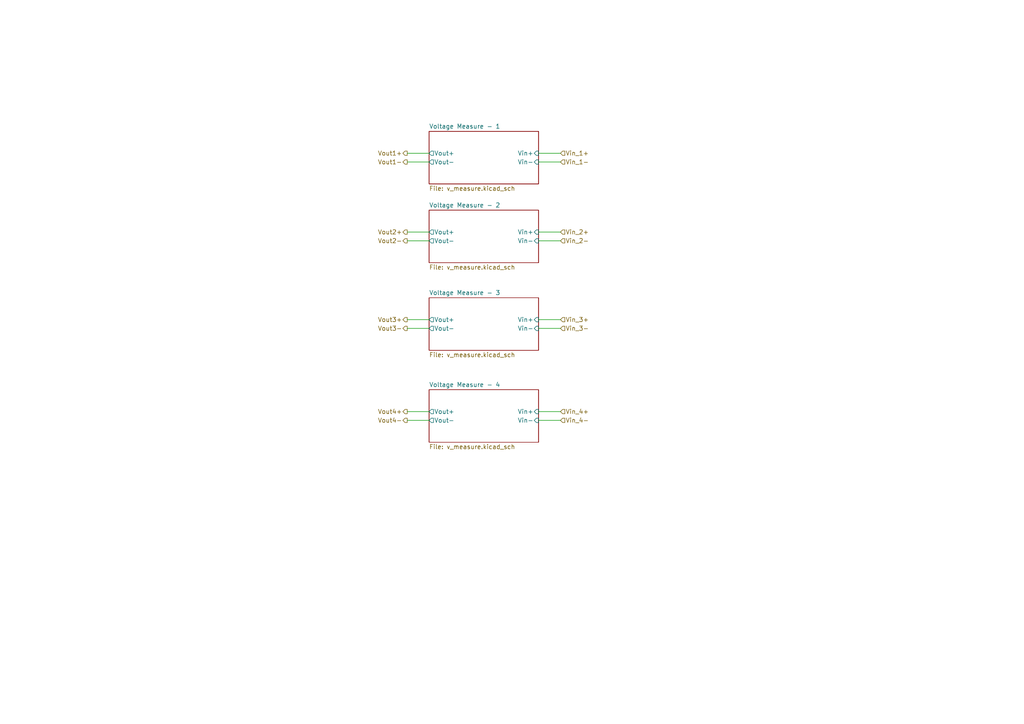
<source format=kicad_sch>
(kicad_sch
	(version 20250114)
	(generator "eeschema")
	(generator_version "9.0")
	(uuid "8226ab3b-34e1-40b0-8a4c-032f0f8a4ea5")
	(paper "A4")
	(lib_symbols)
	(wire
		(pts
			(xy 156.21 95.25) (xy 162.56 95.25)
		)
		(stroke
			(width 0)
			(type default)
		)
		(uuid "036bae57-6ef6-4651-b4df-41b56b074d91")
	)
	(wire
		(pts
			(xy 118.11 95.25) (xy 124.46 95.25)
		)
		(stroke
			(width 0)
			(type default)
		)
		(uuid "06eb914b-a984-4d53-ab3c-f74b5572836a")
	)
	(wire
		(pts
			(xy 156.21 92.71) (xy 162.56 92.71)
		)
		(stroke
			(width 0)
			(type default)
		)
		(uuid "08e9a609-06c2-46fc-8c6c-6b3a5a107f4b")
	)
	(wire
		(pts
			(xy 156.21 121.92) (xy 162.56 121.92)
		)
		(stroke
			(width 0)
			(type default)
		)
		(uuid "18b8c99a-479b-4fe9-8fa3-ed668c7e543e")
	)
	(wire
		(pts
			(xy 118.11 44.45) (xy 124.46 44.45)
		)
		(stroke
			(width 0)
			(type default)
		)
		(uuid "2dade8b1-6488-4f90-b659-b615ffd16aaf")
	)
	(wire
		(pts
			(xy 118.11 92.71) (xy 124.46 92.71)
		)
		(stroke
			(width 0)
			(type default)
		)
		(uuid "314f20ad-ca4e-4281-be5d-208878c0e96d")
	)
	(wire
		(pts
			(xy 118.11 119.38) (xy 124.46 119.38)
		)
		(stroke
			(width 0)
			(type default)
		)
		(uuid "4041e7f0-a78c-4c5f-9256-a197bcca8264")
	)
	(wire
		(pts
			(xy 156.21 67.31) (xy 162.56 67.31)
		)
		(stroke
			(width 0)
			(type default)
		)
		(uuid "4f0ce4c3-d3a0-4e19-8575-326eef20cb85")
	)
	(wire
		(pts
			(xy 118.11 69.85) (xy 124.46 69.85)
		)
		(stroke
			(width 0)
			(type default)
		)
		(uuid "8c5949aa-e207-4794-8293-7738ff3083c2")
	)
	(wire
		(pts
			(xy 118.11 67.31) (xy 124.46 67.31)
		)
		(stroke
			(width 0)
			(type default)
		)
		(uuid "965168c6-94d5-4746-8573-8795728cda5c")
	)
	(wire
		(pts
			(xy 118.11 121.92) (xy 124.46 121.92)
		)
		(stroke
			(width 0)
			(type default)
		)
		(uuid "9f81931f-4498-486c-a373-835705422c0a")
	)
	(wire
		(pts
			(xy 156.21 46.99) (xy 162.56 46.99)
		)
		(stroke
			(width 0)
			(type default)
		)
		(uuid "a24ebcde-b8db-4907-8e14-bef94d5494a7")
	)
	(wire
		(pts
			(xy 156.21 44.45) (xy 162.56 44.45)
		)
		(stroke
			(width 0)
			(type default)
		)
		(uuid "b1263be2-18dd-4096-9221-9c485c2f61fe")
	)
	(wire
		(pts
			(xy 118.11 46.99) (xy 124.46 46.99)
		)
		(stroke
			(width 0)
			(type default)
		)
		(uuid "c3c3c427-1356-4af1-9e0a-6bb36b94075b")
	)
	(wire
		(pts
			(xy 156.21 119.38) (xy 162.56 119.38)
		)
		(stroke
			(width 0)
			(type default)
		)
		(uuid "ebe6196a-d3a5-4ffb-9aee-30a59abe079f")
	)
	(wire
		(pts
			(xy 156.21 69.85) (xy 162.56 69.85)
		)
		(stroke
			(width 0)
			(type default)
		)
		(uuid "ff5c6653-8dc9-4160-8708-1efe44f2a0de")
	)
	(hierarchical_label "Vin_3-"
		(shape input)
		(at 162.56 95.25 0)
		(effects
			(font
				(size 1.27 1.27)
			)
			(justify left)
		)
		(uuid "0a599159-051f-4416-b6bc-863ac71d1014")
	)
	(hierarchical_label "Vin_1+"
		(shape input)
		(at 162.56 44.45 0)
		(effects
			(font
				(size 1.27 1.27)
			)
			(justify left)
		)
		(uuid "265dc8fc-a2d6-430c-9c35-99d423aaf52b")
	)
	(hierarchical_label "Vout2+"
		(shape output)
		(at 118.11 67.31 180)
		(effects
			(font
				(size 1.27 1.27)
			)
			(justify right)
		)
		(uuid "29f499bc-11ce-4f63-985e-c1e4b3707afc")
	)
	(hierarchical_label "Vout4-"
		(shape output)
		(at 118.11 121.92 180)
		(effects
			(font
				(size 1.27 1.27)
			)
			(justify right)
		)
		(uuid "31d64970-bd86-4170-9723-e24ac340e87a")
	)
	(hierarchical_label "Vout3-"
		(shape output)
		(at 118.11 95.25 180)
		(effects
			(font
				(size 1.27 1.27)
			)
			(justify right)
		)
		(uuid "5388c5c5-0eda-4a4e-bde3-e8953f085010")
	)
	(hierarchical_label "Vin_1-"
		(shape input)
		(at 162.56 46.99 0)
		(effects
			(font
				(size 1.27 1.27)
			)
			(justify left)
		)
		(uuid "6000c82c-d1dd-4b94-b36f-074b51ee833b")
	)
	(hierarchical_label "Vin_2+"
		(shape input)
		(at 162.56 67.31 0)
		(effects
			(font
				(size 1.27 1.27)
			)
			(justify left)
		)
		(uuid "744a1258-60bd-4e69-bcb0-e00b5ade244f")
	)
	(hierarchical_label "Vin_3+"
		(shape input)
		(at 162.56 92.71 0)
		(effects
			(font
				(size 1.27 1.27)
			)
			(justify left)
		)
		(uuid "7eb090e4-e68e-42a7-a4ca-813d26a86585")
	)
	(hierarchical_label "Vout4+"
		(shape output)
		(at 118.11 119.38 180)
		(effects
			(font
				(size 1.27 1.27)
			)
			(justify right)
		)
		(uuid "8495c769-a426-4bb5-ba44-f36787685edc")
	)
	(hierarchical_label "Vout3+"
		(shape output)
		(at 118.11 92.71 180)
		(effects
			(font
				(size 1.27 1.27)
			)
			(justify right)
		)
		(uuid "8e0a9ae7-0538-4315-ab51-1d85550a1cfc")
	)
	(hierarchical_label "Vout1+"
		(shape output)
		(at 118.11 44.45 180)
		(effects
			(font
				(size 1.27 1.27)
			)
			(justify right)
		)
		(uuid "8e7ee360-1f55-4951-932c-71acfb9c7a74")
	)
	(hierarchical_label "Vin_2-"
		(shape input)
		(at 162.56 69.85 0)
		(effects
			(font
				(size 1.27 1.27)
			)
			(justify left)
		)
		(uuid "c0cbf5c6-3b41-4c26-9364-d115225a3161")
	)
	(hierarchical_label "Vout2-"
		(shape output)
		(at 118.11 69.85 180)
		(effects
			(font
				(size 1.27 1.27)
			)
			(justify right)
		)
		(uuid "c9bb37a9-5ce4-4668-8744-2ffcf867d23f")
	)
	(hierarchical_label "Vin_4+"
		(shape input)
		(at 162.56 119.38 0)
		(effects
			(font
				(size 1.27 1.27)
			)
			(justify left)
		)
		(uuid "d4ef6f36-bd9e-4a94-894e-7427e47e5e6a")
	)
	(hierarchical_label "Vout1-"
		(shape output)
		(at 118.11 46.99 180)
		(effects
			(font
				(size 1.27 1.27)
			)
			(justify right)
		)
		(uuid "ed4c8eda-902b-4777-adae-2b27e803108b")
	)
	(hierarchical_label "Vin_4-"
		(shape input)
		(at 162.56 121.92 0)
		(effects
			(font
				(size 1.27 1.27)
			)
			(justify left)
		)
		(uuid "f6671c7e-64ce-4b02-8ca7-46c86e776d32")
	)
	(sheet
		(at 124.46 38.1)
		(size 31.75 15.24)
		(exclude_from_sim no)
		(in_bom yes)
		(on_board yes)
		(dnp no)
		(fields_autoplaced yes)
		(stroke
			(width 0.1524)
			(type solid)
		)
		(fill
			(color 0 0 0 0.0000)
		)
		(uuid "7afce855-2f8c-4e0d-aab3-f8eb4f413603")
		(property "Sheetname" "Voltage Measure - 1"
			(at 124.46 37.3884 0)
			(effects
				(font
					(size 1.27 1.27)
				)
				(justify left bottom)
			)
		)
		(property "Sheetfile" "v_measure.kicad_sch"
			(at 124.46 53.9246 0)
			(effects
				(font
					(size 1.27 1.27)
				)
				(justify left top)
			)
		)
		(pin "Vin+" input
			(at 156.21 44.45 0)
			(uuid "317b44d1-7920-46a7-a24f-a4afebd410a2")
			(effects
				(font
					(size 1.27 1.27)
				)
				(justify right)
			)
		)
		(pin "Vin-" input
			(at 156.21 46.99 0)
			(uuid "2a2292b3-54e0-469c-af95-4114c75fcd2e")
			(effects
				(font
					(size 1.27 1.27)
				)
				(justify right)
			)
		)
		(pin "Vout+" output
			(at 124.46 44.45 180)
			(uuid "209e3399-7fde-4e44-b888-242a2bf89c9d")
			(effects
				(font
					(size 1.27 1.27)
				)
				(justify left)
			)
		)
		(pin "Vout-" output
			(at 124.46 46.99 180)
			(uuid "0cf3cfb8-c866-40cc-a078-882de6e60f9e")
			(effects
				(font
					(size 1.27 1.27)
				)
				(justify left)
			)
		)
		(instances
			(project "FPGA_Board_BA"
				(path "/fd7503bc-e7fc-4766-b224-3d1c3d7de5ff/bf010b8c-6832-4a61-9247-eaeb93645cb7"
					(page "53")
				)
			)
		)
	)
	(sheet
		(at 124.46 86.36)
		(size 31.75 15.24)
		(exclude_from_sim no)
		(in_bom yes)
		(on_board yes)
		(dnp no)
		(fields_autoplaced yes)
		(stroke
			(width 0.1524)
			(type solid)
		)
		(fill
			(color 0 0 0 0.0000)
		)
		(uuid "891a47e7-1922-4399-a3cd-e1114e8927a7")
		(property "Sheetname" "Voltage Measure - 3"
			(at 124.46 85.6484 0)
			(effects
				(font
					(size 1.27 1.27)
				)
				(justify left bottom)
			)
		)
		(property "Sheetfile" "v_measure.kicad_sch"
			(at 124.46 102.1846 0)
			(effects
				(font
					(size 1.27 1.27)
				)
				(justify left top)
			)
		)
		(pin "Vin+" input
			(at 156.21 92.71 0)
			(uuid "0e19232c-890e-4977-8f63-e39a45192ad1")
			(effects
				(font
					(size 1.27 1.27)
				)
				(justify right)
			)
		)
		(pin "Vin-" input
			(at 156.21 95.25 0)
			(uuid "17e1ad70-e3c4-4b67-8e66-73a6c430b547")
			(effects
				(font
					(size 1.27 1.27)
				)
				(justify right)
			)
		)
		(pin "Vout+" output
			(at 124.46 92.71 180)
			(uuid "e806e78c-3547-43b7-affe-935b64242e8f")
			(effects
				(font
					(size 1.27 1.27)
				)
				(justify left)
			)
		)
		(pin "Vout-" output
			(at 124.46 95.25 180)
			(uuid "3e390a76-4c87-45ac-98c7-a7b193cf9065")
			(effects
				(font
					(size 1.27 1.27)
				)
				(justify left)
			)
		)
		(instances
			(project "FPGA_Board_BA"
				(path "/fd7503bc-e7fc-4766-b224-3d1c3d7de5ff/bf010b8c-6832-4a61-9247-eaeb93645cb7"
					(page "46")
				)
			)
		)
	)
	(sheet
		(at 124.46 60.96)
		(size 31.75 15.24)
		(exclude_from_sim no)
		(in_bom yes)
		(on_board yes)
		(dnp no)
		(fields_autoplaced yes)
		(stroke
			(width 0.1524)
			(type solid)
		)
		(fill
			(color 0 0 0 0.0000)
		)
		(uuid "b0a9fdea-45b9-4653-872a-32e7a1e56392")
		(property "Sheetname" "Voltage Measure - 2"
			(at 124.46 60.2484 0)
			(effects
				(font
					(size 1.27 1.27)
				)
				(justify left bottom)
			)
		)
		(property "Sheetfile" "v_measure.kicad_sch"
			(at 124.46 76.7846 0)
			(effects
				(font
					(size 1.27 1.27)
				)
				(justify left top)
			)
		)
		(pin "Vin+" input
			(at 156.21 67.31 0)
			(uuid "dff3184a-8e0b-4fa0-b6b6-051dd411abf1")
			(effects
				(font
					(size 1.27 1.27)
				)
				(justify right)
			)
		)
		(pin "Vin-" input
			(at 156.21 69.85 0)
			(uuid "0d615dba-5e6b-452d-9c66-c9018c18dba4")
			(effects
				(font
					(size 1.27 1.27)
				)
				(justify right)
			)
		)
		(pin "Vout+" output
			(at 124.46 67.31 180)
			(uuid "dbd337a5-0c2a-498b-a6a7-d2f4691fa2aa")
			(effects
				(font
					(size 1.27 1.27)
				)
				(justify left)
			)
		)
		(pin "Vout-" output
			(at 124.46 69.85 180)
			(uuid "fdd81a71-f3f3-4a80-bb8a-5b1f6f914b37")
			(effects
				(font
					(size 1.27 1.27)
				)
				(justify left)
			)
		)
		(instances
			(project "FPGA_Board_BA"
				(path "/fd7503bc-e7fc-4766-b224-3d1c3d7de5ff/bf010b8c-6832-4a61-9247-eaeb93645cb7"
					(page "43")
				)
			)
		)
	)
	(sheet
		(at 124.46 113.03)
		(size 31.75 15.24)
		(exclude_from_sim no)
		(in_bom yes)
		(on_board yes)
		(dnp no)
		(fields_autoplaced yes)
		(stroke
			(width 0.1524)
			(type solid)
		)
		(fill
			(color 0 0 0 0.0000)
		)
		(uuid "b61920f7-229d-4a63-8922-cbfb1074afac")
		(property "Sheetname" "Voltage Measure - 4"
			(at 124.46 112.3184 0)
			(effects
				(font
					(size 1.27 1.27)
				)
				(justify left bottom)
			)
		)
		(property "Sheetfile" "v_measure.kicad_sch"
			(at 124.46 128.8546 0)
			(effects
				(font
					(size 1.27 1.27)
				)
				(justify left top)
			)
		)
		(pin "Vin+" input
			(at 156.21 119.38 0)
			(uuid "61857773-78b7-4acd-8383-22bd177f18e7")
			(effects
				(font
					(size 1.27 1.27)
				)
				(justify right)
			)
		)
		(pin "Vin-" input
			(at 156.21 121.92 0)
			(uuid "d49f7daa-673a-4c41-b9f5-e0f25bfea38d")
			(effects
				(font
					(size 1.27 1.27)
				)
				(justify right)
			)
		)
		(pin "Vout+" output
			(at 124.46 119.38 180)
			(uuid "48c5dfde-6641-4267-bcbf-9f5041c221b9")
			(effects
				(font
					(size 1.27 1.27)
				)
				(justify left)
			)
		)
		(pin "Vout-" output
			(at 124.46 121.92 180)
			(uuid "4f045fd4-27c5-4d3c-ba2d-9f10aa677469")
			(effects
				(font
					(size 1.27 1.27)
				)
				(justify left)
			)
		)
		(instances
			(project "FPGA_Board_BA"
				(path "/fd7503bc-e7fc-4766-b224-3d1c3d7de5ff/bf010b8c-6832-4a61-9247-eaeb93645cb7"
					(page "47")
				)
			)
		)
	)
)

</source>
